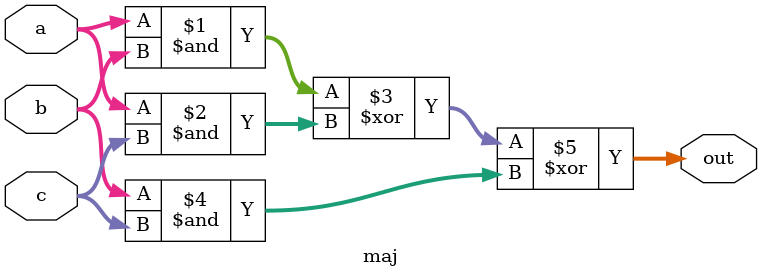
<source format=v>

module maj (
	input [63:0] a,
	input [63:0] b,
	input [63:0] c,
	output [63:0] out
	);

assign out = (a & b) ^ (a & c) ^ (b & c);

endmodule

</source>
